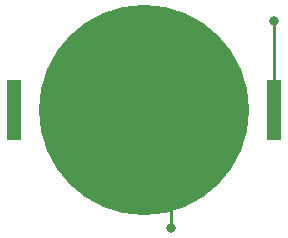
<source format=gbr>
%TF.GenerationSoftware,KiCad,Pcbnew,7.0.6*%
%TF.CreationDate,2023-09-02T17:04:30+01:00*%
%TF.ProjectId,gbc_fidget,6762635f-6669-4646-9765-742e6b696361,rev?*%
%TF.SameCoordinates,Original*%
%TF.FileFunction,Copper,L2,Bot*%
%TF.FilePolarity,Positive*%
%FSLAX46Y46*%
G04 Gerber Fmt 4.6, Leading zero omitted, Abs format (unit mm)*
G04 Created by KiCad (PCBNEW 7.0.6) date 2023-09-02 17:04:30*
%MOMM*%
%LPD*%
G01*
G04 APERTURE LIST*
%TA.AperFunction,SMDPad,CuDef*%
%ADD10R,1.270000X5.080000*%
%TD*%
%TA.AperFunction,SMDPad,CuDef*%
%ADD11C,17.800000*%
%TD*%
%TA.AperFunction,ViaPad*%
%ADD12C,0.800000*%
%TD*%
%TA.AperFunction,Conductor*%
%ADD13C,0.250000*%
%TD*%
G04 APERTURE END LIST*
D10*
%TO.P,BT1,1,+*%
%TO.N,Net-(BT1-+)*%
X169811200Y-73914000D03*
X147841200Y-73914000D03*
D11*
%TO.P,BT1,2,-*%
%TO.N,Net-(BT1--)*%
X158826200Y-73914000D03*
%TD*%
D12*
%TO.N,Net-(BT1--)*%
X161086800Y-83845400D03*
%TO.N,Net-(BT1-+)*%
X169824400Y-66370200D03*
%TD*%
D13*
%TO.N,Net-(BT1--)*%
X161086800Y-76174600D02*
X158826200Y-73914000D01*
X161086800Y-83845400D02*
X161086800Y-76174600D01*
%TO.N,Net-(BT1-+)*%
X169811200Y-66383400D02*
X169824400Y-66370200D01*
X169811200Y-73914000D02*
X169811200Y-66383400D01*
%TD*%
M02*

</source>
